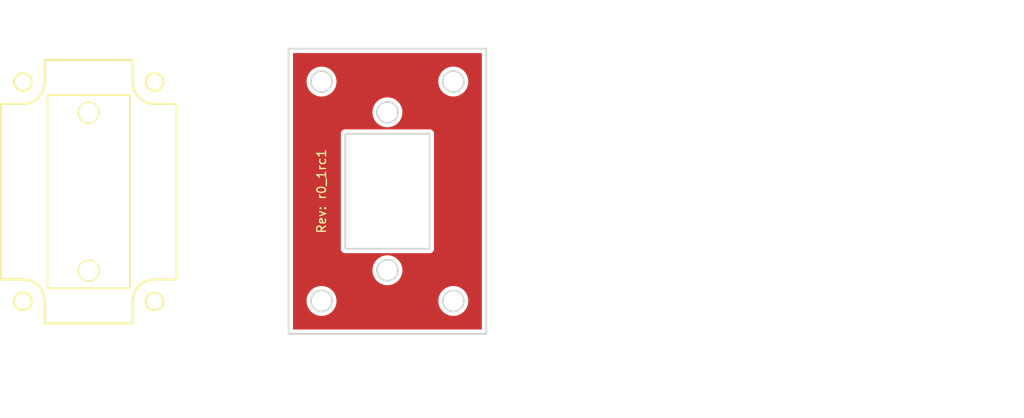
<source format=kicad_pcb>
(kicad_pcb (version 20221018) (generator pcbnew)

  (general
    (thickness 1.5)
  )

  (paper "A4")
  (title_block
    (title "Kirdy FP Fiber Optic Adapter Mounting Plate Type 1")
    (date "2024-01-30")
    (rev "r0_1rc1")
    (company "M-Labs Limited")
    (comment 1 "r0_1rc1: Board Dimension Change: 20mm x 30mm -> 22.5mm x 32.5mm")
  )

  (layers
    (0 "F.Cu" jumper)
    (31 "B.Cu" signal)
    (32 "B.Adhes" user "B.Adhesive")
    (33 "F.Adhes" user "F.Adhesive")
    (34 "B.Paste" user)
    (35 "F.Paste" user)
    (36 "B.SilkS" user "B.Silkscreen")
    (37 "F.SilkS" user "F.Silkscreen")
    (38 "B.Mask" user)
    (39 "F.Mask" user)
    (40 "Dwgs.User" user "User.Drawings")
    (41 "Cmts.User" user "User.Comments")
    (42 "Eco1.User" user "User.Eco1")
    (43 "Eco2.User" user "User.Eco2")
    (44 "Edge.Cuts" user)
    (45 "Margin" user)
    (46 "B.CrtYd" user "B.Courtyard")
    (47 "F.CrtYd" user "F.Courtyard")
    (48 "B.Fab" user)
    (49 "F.Fab" user)
    (50 "User.1" user)
    (51 "User.2" user)
    (52 "User.3" user)
    (53 "User.4" user)
    (54 "User.5" user)
    (55 "User.6" user)
    (56 "User.7" user)
    (57 "User.8" user)
    (58 "User.9" user)
  )

  (setup
    (stackup
      (layer "F.SilkS" (type "Top Silk Screen"))
      (layer "F.Paste" (type "Top Solder Paste"))
      (layer "F.Mask" (type "Top Solder Mask") (thickness 0.01))
      (layer "F.Cu" (type "copper") (thickness 0.035))
      (layer "dielectric 1" (type "core") (thickness 1.41) (material "FR4") (epsilon_r 4.5) (loss_tangent 0.02))
      (layer "B.Cu" (type "copper") (thickness 0.035))
      (layer "B.Mask" (type "Bottom Solder Mask") (thickness 0.01))
      (layer "B.Paste" (type "Bottom Solder Paste"))
      (layer "B.SilkS" (type "Bottom Silk Screen"))
      (copper_finish "None")
      (dielectric_constraints no)
    )
    (pad_to_mask_clearance 0)
    (pcbplotparams
      (layerselection 0x00010fc_ffffffff)
      (plot_on_all_layers_selection 0x0000000_00000000)
      (disableapertmacros false)
      (usegerberextensions false)
      (usegerberattributes true)
      (usegerberadvancedattributes true)
      (creategerberjobfile true)
      (dashed_line_dash_ratio 12.000000)
      (dashed_line_gap_ratio 3.000000)
      (svgprecision 4)
      (plotframeref false)
      (viasonmask false)
      (mode 1)
      (useauxorigin false)
      (hpglpennumber 1)
      (hpglpenspeed 20)
      (hpglpendiameter 15.000000)
      (dxfpolygonmode true)
      (dxfimperialunits true)
      (dxfusepcbnewfont true)
      (psnegative false)
      (psa4output false)
      (plotreference true)
      (plotvalue true)
      (plotinvisibletext false)
      (sketchpadsonfab false)
      (subtractmaskfromsilk false)
      (outputformat 1)
      (mirror false)
      (drillshape 0)
      (scaleselection 1)
      (outputdirectory "../output/FP_1550_Fiber_Optic_Adapter_Mounting_Plate_Type_1/Gerber_Drill/")
    )
  )

  (net 0 "")

  (gr_circle (center 118.6 87.35) (end 119.6 87.35)
    (stroke (width 0.2) (type solid)) (fill none) (layer "F.SilkS") (tstamp 006635c0-21be-4b93-867b-5224f605c7fd))
  (gr_circle (center 118.6 112.3504) (end 119.6 112.3504)
    (stroke (width 0.2) (type solid)) (fill none) (layer "F.SilkS") (tstamp 019a8cfc-cda7-4876-ae80-015bf8fb8ede))
  (gr_line (start 101.1 89.8504) (end 101.1 109.8504)
    (stroke (width 0.2) (type solid)) (layer "F.SilkS") (tstamp 046a7f65-cb55-4233-a029-2dcb8fddb29a))
  (gr_circle (center 103.6 112.35) (end 104.6 112.35)
    (stroke (width 0.2) (type solid)) (fill none) (layer "F.SilkS") (tstamp 094043ed-c6a2-4c9d-b4df-fe51d6b4f864))
  (gr_line (start 116.1 114.8504) (end 106.1 114.8504)
    (stroke (width 0.2) (type solid)) (layer "F.SilkS") (tstamp 095580e6-62b9-4502-9b1d-f36148a8bfea))
  (gr_circle (center 118.6 87.35) (end 119.6 87.35)
    (stroke (width 0.2) (type solid)) (fill none) (layer "F.SilkS") (tstamp 0b85d925-6113-4fd1-bed8-6276c5c4ddcb))
  (gr_line (start 106.1 87.35) (end 106.1 84.85)
    (stroke (width 0.2) (type solid)) (layer "F.SilkS") (tstamp 0b9f048c-e21c-4a83-824c-87ae752a1fee))
  (gr_circle (center 118.6 112.35) (end 119.6 112.35)
    (stroke (width 0.2) (type solid)) (fill none) (layer "F.SilkS") (tstamp 0d8e73e7-26ee-46bc-a1b7-17630c7c7358))
  (gr_line (start 121.1 109.85) (end 121.1 89.85)
    (stroke (width 0.2) (type solid)) (layer "F.SilkS") (tstamp 0df9f10d-1b03-46b3-b488-9fac8c374eab))
  (gr_line (start 106.1 114.8504) (end 116.1 114.8504)
    (stroke (width 0.2) (type solid)) (layer "F.SilkS") (tstamp 0e1d1473-35c5-4559-8faf-4ee3b559514f))
  (gr_line (start 106.1 114.85) (end 116.1 114.85)
    (stroke (width 0.2) (type solid)) (layer "F.SilkS") (tstamp 0f24691f-686c-48d5-bf10-2685491fef0a))
  (gr_circle (center 118.6 87.35) (end 119.6 87.35)
    (stroke (width 0.2) (type solid)) (fill none) (layer "F.SilkS") (tstamp 0f38d6b1-3f91-4990-8d11-19afcffdbc2e))
  (gr_line (start 121.1 109.85) (end 121.1 89.85)
    (stroke (width 0.2) (type solid)) (layer "F.SilkS") (tstamp 106d80f6-51b6-4456-82b1-2964cdbbf864))
  (gr_circle (center 111.1 108.85) (end 112.3 108.85)
    (stroke (width 0.15) (type default)) (fill none) (layer "F.SilkS") (tstamp 14856393-9155-4388-94c4-bb0d4fe2da2c))
  (gr_line (start 118.6 89.8504) (end 121.1 89.8504)
    (stroke (width 0.2) (type solid)) (layer "F.SilkS") (tstamp 14f0d40e-01f0-45a6-9379-e3b8c917274b))
  (gr_arc (start 106.1 87.35) (mid 105.367767 89.117767) (end 103.6 89.85)
    (stroke (width 0.2) (type solid)) (layer "F.SilkS") (tstamp 15b7ebe2-0829-4631-a75f-72e13ab14841))
  (gr_rect (start 106.4 88.85) (end 115.8 110.85)
    (stroke (width 0.2) (type default)) (fill none) (layer "F.SilkS") (tstamp 17e43419-4455-4868-9634-9da63c195b9f))
  (gr_line (start 101.1 89.8504) (end 101.1 109.8504)
    (stroke (width 0.2) (type solid)) (layer "F.SilkS") (tstamp 18ec387e-cd10-4e77-a861-5530f7485c47))
  (gr_line (start 121.1 89.8504) (end 118.6 89.8504)
    (stroke (width 0.2) (type solid)) (layer "F.SilkS") (tstamp 1a6188ac-10e2-4292-9f89-74ec066a8951))
  (gr_circle (center 103.6 87.35) (end 104.6 87.35)
    (stroke (width 0.2) (type solid)) (fill none) (layer "F.SilkS") (tstamp 1aef7b89-415d-4f90-9187-567a60d1ae06))
  (gr_arc (start 106.1 87.35) (mid 105.367767 89.117767) (end 103.6 89.85)
    (stroke (width 0.2) (type solid)) (layer "F.SilkS") (tstamp 1c61737f-c609-469c-ad5f-eef9027185a8))
  (gr_circle (center 118.6 112.35) (end 119.6 112.35)
    (stroke (width 0.2) (type solid)) (fill none) (layer "F.SilkS") (tstamp 1fd47498-33f0-4176-ba1a-2761b236fbd0))
  (gr_circle (center 118.6 112.35) (end 119.6 112.35)
    (stroke (width 0.2) (type solid)) (fill none) (layer "F.SilkS") (tstamp 2084ff12-4598-4423-8d11-123d318342eb))
  (gr_line (start 106.1 114.85) (end 106.1 112.35)
    (stroke (width 0.2) (type solid)) (layer "F.SilkS") (tstamp 21dafd27-c2cd-4773-bfef-85d87df40867))
  (gr_line (start 116.1 87.35) (end 116.1 84.85)
    (stroke (width 0.2) (type solid)) (layer "F.SilkS") (tstamp 227a8f62-62e7-4471-bb56-7f3a777a974c))
  (gr_line (start 106.1 84.85) (end 106.1 87.35)
    (stroke (width 0.2) (type solid)) (layer "F.SilkS") (tstamp 25511367-aef2-42a0-a318-135cc8a05f2d))
  (gr_arc (start 116.1 112.35) (mid 116.832233 110.582233) (end 118.6 109.85)
    (stroke (width 0.2) (type solid)) (layer "F.SilkS") (tstamp 279e4e0d-a3f3-48cf-8bae-a91c9f44a3eb))
  (gr_arc (start 103.6 109.85) (mid 105.367767 110.582233) (end 106.1 112.35)
    (stroke (width 0.2) (type solid)) (layer "F.SilkS") (tstamp 290852f9-be5c-4636-bbc3-fbcd3e84a212))
  (gr_arc (start 103.6 109.85) (mid 105.367767 110.582233) (end 106.1 112.35)
    (stroke (width 0.2) (type solid)) (layer "F.SilkS") (tstamp 29559ae5-05ee-4416-9589-e3b0ad853415))
  (gr_line (start 101.1 89.8504) (end 103.6 89.8504)
    (stroke (width 0.2) (type solid)) (layer "F.SilkS") (tstamp 2c117845-6034-40e1-a844-4236ddd637d1))
  (gr_line (start 106.1 84.85) (end 116.1 84.85)
    (stroke (width 0.2) (type solid)) (layer "F.SilkS") (tstamp 2ed2e144-9d3c-43a6-9bfa-a49d7caffeba))
  (gr_line (start 103.6 109.8504) (end 101.1 109.8504)
    (stroke (width 0.2) (type solid)) (layer "F.SilkS") (tstamp 2ed93f6e-cb2a-4cc8-b38d-3c772264c9ab))
  (gr_circle (center 103.6 87.35) (end 104.6 87.35)
    (stroke (width 0.2) (type solid)) (fill none) (layer "F.SilkS") (tstamp 30ed7d85-70e1-4634-a721-ff3485e7aa14))
  (gr_line (start 106.1 114.85) (end 106.1 112.35)
    (stroke (width 0.2) (type solid)) (layer "F.SilkS") (tstamp 3338e65d-d395-47ac-8c36-73d695556246))
  (gr_line (start 101.1 89.85) (end 103.6 89.85)
    (stroke (width 0.2) (type solid)) (layer "F.SilkS") (tstamp 33a4dfb7-924b-4c2b-9e65-721a517ffde3))
  (gr_line (start 116.1 84.85) (end 116.1 87.35)
    (stroke (width 0.2) (type solid)) (layer "F.SilkS") (tstamp 35a8f8d3-8567-40cb-b8f2-7626a5378ae3))
  (gr_line (start 116.1 87.35) (end 116.1 84.85)
    (stroke (width 0.2) (type solid)) (layer "F.SilkS") (tstamp 3cb8f0c6-120a-4eaa-9655-7c5399053b91))
  (gr_line (start 101.1 89.85) (end 101.1 109.85)
    (stroke (width 0.2) (type solid)) (layer "F.SilkS") (tstamp 3e02476a-1edf-4d8c-a07d-21d30e5aba8d))
  (gr_line (start 116.1 84.85) (end 106.1 84.85)
    (stroke (width 0.2) (type solid)) (layer "F.SilkS") (tstamp 3e026359-1053-431b-8a3e-e1c45cdb21c7))
  (gr_line (start 101.1 109.85) (end 103.6 109.85)
    (stroke (width 0.2) (type solid)) (layer "F.SilkS") (tstamp 406ae191-5d11-4be3-801f-b91d4c95fde8))
  (gr_line (start 106.1 84.85) (end 106.1 87.35)
    (stroke (width 0.2) (type solid)) (layer "F.SilkS") (tstamp 4130aafe-0c6b-4524-97d3-82e1af56399d))
  (gr_line (start 101.1 109.85) (end 103.6 109.85)
    (stroke (width 0.2) (type solid)) (layer "F.SilkS") (tstamp 428da008-93a3-4851-88ab-de585f818278))
  (gr_line (start 106.1 114.8504) (end 116.1 114.8504)
    (stroke (width 0.2) (type solid)) (layer "F.SilkS") (tstamp 492cb6bc-4580-45ec-b1b5-173d742519b3))
  (gr_arc (start 118.6 89.85) (mid 116.832262 89.117738) (end 116.1 87.35)
    (stroke (width 0.2) (type solid)) (layer "F.SilkS") (tstamp 496cf8ab-7883-4c4e-a76a-8e4aea4742f1))
  (gr_arc (start 106.1 87.35) (mid 105.367767 89.117767) (end 103.6 89.85)
    (stroke (width 0.2) (type solid)) (layer "F.SilkS") (tstamp 4acdd71d-5a2d-4d3d-ac41-933d767054d3))
  (gr_arc (start 118.6 89.85) (mid 116.832233 89.117767) (end 116.1 87.35)
    (stroke (width 0.2) (type solid)) (layer "F.SilkS") (tstamp 4b45a03a-a9c2-4382-88b2-41daaa979d52))
  (gr_line (start 101.1 89.8504) (end 103.6 89.8504)
    (stroke (width 0.2) (type solid)) (layer "F.SilkS") (tstamp 517ffc3d-3752-493e-a749-05455d81e579))
  (gr_arc (start 103.6 109.8504) (mid 105.367796 110.582604) (end 106.1 112.3504)
    (stroke (width 0.2) (type solid)) (layer "F.SilkS") (tstamp 53cd22b4-ad9b-4ff2-b507-17f2af6fb219))
  (gr_line (start 118.6 109.85) (end 121.1 109.85)
    (stroke (width 0.2) (type solid)) (layer "F.SilkS") (tstamp 54f67479-536f-47cb-909f-510fcdef2e9c))
  (gr_line (start 118.6 109.85) (end 121.1 109.85)
    (stroke (width 0.2) (type solid)) (layer "F.SilkS") (tstamp 555c896a-f383-4c51-8e83-f5eede49100b))
  (gr_arc (start 106.1 87.35) (mid 105.367767 89.117767) (end 103.6 89.85)
    (stroke (width 0.2) (type solid)) (layer "F.SilkS") (tstamp 581aa9ff-93c3-4c14-ac28-ba5c144de22a))
  (gr_line (start 116.1 114.85) (end 116.1 112.35)
    (stroke (width 0.2) (type solid)) (layer "F.SilkS") (tstamp 59ced00b-d10a-4a11-8a24-a1cc3e0109ca))
  (gr_arc (start 106.1 87.35) (mid 105.367767 89.117767) (end 103.6 89.85)
    (stroke (width 0.2) (type solid)) (layer "F.SilkS") (tstamp 5d5b9204-cc74-42ab-9e4d-75b81190c935))
  (gr_line (start 116.1 114.85) (end 116.1 112.35)
    (stroke (width 0.2) (type solid)) (layer "F.SilkS") (tstamp 610fd5f7-1682-4ae9-8431-7608a8dcee0c))
  (gr_line (start 116.1 84.85) (end 106.1 84.85)
    (stroke (width 0.2) (type solid)) (layer "F.SilkS") (tstamp 61112d19-90ea-429a-947c-4cd80d46c30d))
  (gr_line (start 116.1 114.85) (end 116.1 112.35)
    (stroke (width 0.2) (type solid)) (layer "F.SilkS") (tstamp 6156a451-f7bf-4a9a-9ce0-6d3d4f81ec00))
  (gr_arc (start 116.1 112.35) (mid 116.832233 110.582233) (end 118.6 109.85)
    (stroke (width 0.2) (type solid)) (layer "F.SilkS") (tstamp 618db913-be75-4650-9120-7c4b28993c2b))
  (gr_line (start 121.1 89.85) (end 118.6 89.85)
    (stroke (width 0.2) (type solid)) (layer "F.SilkS") (tstamp 633b66c4-1530-40bf-b50f-c5e7b5f7a02e))
  (gr_arc (start 116.1 112.35) (mid 116.832233 110.582233) (end 118.6 109.85)
    (stroke (width 0.2) (type solid)) (layer "F.SilkS") (tstamp 6361b3f9-1a2e-4f43-a97c-4c114649cf22))
  (gr_line (start 118.6 89.8504) (end 121.1 89.8504)
    (stroke (width 0.2) (type solid)) (layer "F.SilkS") (tstamp 63e63b2f-2f1e-4602-87cf-50ebcae6fef5))
  (gr_line (start 116.1 84.85) (end 106.1 84.85)
    (stroke (width 0.2) (type solid)) (layer "F.SilkS") (tstamp 64ae6f05-de3e-41e1-b099-a82dffdb8863))
  (gr_circle (center 103.6 112.3504) (end 104.6 112.3504)
    (stroke (width 0.2) (type solid)) (fill none) (layer "F.SilkS") (tstamp 69d29436-a04d-4553-8443-82b9432c5e4b))
  (gr_circle (center 118.6 112.3504) (end 119.6 112.3504)
    (stroke (width 0.2) (type solid)) (fill none) (layer "F.SilkS") (tstamp 6ae9c491-e4fa-47f8-85aa-edd67afff1bd))
  (gr_line (start 121.1 109.85) (end 121.1 89.85)
    (stroke (width 0.2) (type solid)) (layer "F.SilkS") (tstamp 6e23ce57-630e-4015-af44-aa4cce91924b))
  (gr_line (start 106.1 114.85) (end 116.1 114.85)
    (stroke (width 0.2) (type solid)) (layer "F.SilkS") (tstamp 6f04775f-3c56-4046-a3fc-04350576857f))
  (gr_line (start 106.1 84.85) (end 106.1 87.35)
    (stroke (width 0.2) (type solid)) (layer "F.SilkS") (tstamp 70ddf880-c1b8-4ceb-9d0f-3d87dd824b79))
  (gr_arc (start 118.6 89.85) (mid 116.832262 89.117738) (end 116.1 87.35)
    (stroke (width 0.2) (type solid)) (layer "F.SilkS") (tstamp 710c1a21-c80e-4cf3-9098-24cc8007fa0f))
  (gr_line (start 116.1 84.85) (end 116.1 87.35)
    (stroke (width 0.2) (type solid)) (layer "F.SilkS") (tstamp 71e9c936-d26d-49bd-a45f-e3c645386755))
  (gr_line (start 103.6 109.8504) (end 101.1 109.8504)
    (stroke (width 0.2) (type solid)) (layer "F.SilkS") (tstamp 731b1d07-d50f-4f75-b84d-b48563084149))
  (gr_line (start 101.1 89.85) (end 101.1 109.85)
    (stroke (width 0.2) (type solid)) (layer "F.SilkS") (tstamp 753e13a7-4440-4f2b-8d24-e650d2f69fff))
  (gr_line (start 106.1 114.85) (end 106.1 112.35)
    (stroke (width 0.2) (type solid)) (layer "F.SilkS") (tstamp 77e221b9-55c6-4df7-8b6c-d65770236778))
  (gr_line (start 101.1 109.8504) (end 101.1 89.8504)
    (stroke (width 0.2) (type solid)) (layer "F.SilkS") (tstamp 79c5394d-f328-4a78-961b-d7eca29a15dd))
  (gr_line (start 101.1 109.8504) (end 103.6 109.8504)
    (stroke (width 0.2) (type solid)) (layer "F.SilkS") (tstamp 7ab65712-ef2e-40c6-aceb-ff4a96e121b1))
  (gr_arc (start 103.6 109.8504) (mid 105.367796 110.582604) (end 106.1 112.3504)
    (stroke (width 0.2) (type solid)) (layer "F.SilkS") (tstamp 7b422ee9-9751-4d1d-aa66-b22c283a7851))
  (gr_line (start 116.1 112.3504) (end 116.1 114.8504)
    (stroke (width 0.2) (type solid)) (layer "F.SilkS") (tstamp 7c4224f4-06e8-4da5-81d0-215edc4927ac))
  (gr_arc (start 118.6 89.85) (mid 116.832262 89.117738) (end 116.1 87.35)
    (stroke (width 0.2) (type solid)) (layer "F.SilkS") (tstamp 7cf9172d-9fa6-4017-ab00-31c5437561da))
  (gr_line (start 103.6 89.8504) (end 101.1 89.8504)
    (stroke (width 0.2) (type solid)) (layer "F.SilkS") (tstamp 7d81773c-0a9c-493b-8924-30c127eafc97))
  (gr_circle (center 103.6 112.35) (end 104.6 112.35)
    (stroke (width 0.2) (type solid)) (fill none) (layer "F.SilkS") (tstamp 7fb0a712-af53-4c60-80fe-aa1b3265df7d))
  (gr_line (start 121.1 89.85) (end 118.6 89.85)
    (stroke (width 0.2) (type solid)) (layer "F.SilkS") (tstamp 814532b1-f960-4657-b73a-56ab412ffd15))
  (gr_line (start 101.1 89.85) (end 103.6 89.85)
    (stroke (width 0.2) (type solid)) (layer "F.SilkS") (tstamp 8406a5d1-ccd3-432b-b332-d6940a8d937c))
  (gr_line (start 101.1 109.85) (end 103.6 109.85)
    (stroke (width 0.2) (type solid)) (layer "F.SilkS") (tstamp 861d4a21-991d-4c46-aeac-0b39c823e318))
  (gr_line (start 116.1 84.85) (end 106.1 84.85)
    (stroke (width 0.2) (type solid)) (layer "F.SilkS") (tstamp 8621962d-3227-4696-97ff-c2b75b2acfc9))
  (gr_line (start 116.1 114.8504) (end 106.1 114.8504)
    (stroke (width 0.2) (type solid)) (layer "F.SilkS") (tstamp 86cc11ae-34bd-42a2-aad8-5fa945c0c9b9))
  (gr_circle (center 103.6 87.35) (end 104.6 87.35)
    (stroke (width 0.2) (type solid)) (fill none) (layer "F.SilkS") (tstamp 8806dabd-f5f9-462f-9f84-dd694bfe619b))
  (gr_arc (start 106.1 87.35) (mid 105.367767 89.117767) (end 103.6 89.85)
    (stroke (width 0.2) (type solid)) (layer "F.SilkS") (tstamp 8a162c9d-1b2e-4e41-af85-5e369f03f8a9))
  (gr_line (start 106.1 114.8504) (end 106.1 112.3504)
    (stroke (width 0.2) (type solid)) (layer "F.SilkS") (tstamp 8a1f01a5-cb38-4801-a684-9ba96fbe23f2))
  (gr_line (start 106.1 84.85) (end 106.1 87.35)
    (stroke (width 0.2) (type solid)) (layer "F.SilkS") (tstamp 8a341bcf-4bf8-4d70-b139-b8136d9e51f7))
  (gr_line (start 106.1 112.3504) (end 106.1 114.8504)
    (stroke (width 0.2) (type solid)) (layer "F.SilkS") (tstamp 8aa36dca-4c75-4e66-9c9d-1e5bb2080f76))
  (gr_arc (start 116.1 112.35) (mid 116.832233 110.582233) (end 118.6 109.85)
    (stroke (width 0.2) (type solid)) (layer "F.SilkS") (tstamp 8e975ad4-49d1-419b-8f45-a516b6356a0c))
  (gr_circle (center 103.6 112.3504) (end 104.6 112.3504)
    (stroke (width 0.2) (type solid)) (fill none) (layer "F.SilkS") (tstamp 90390977-117a-4555-aff5-6cb9170cef89))
  (gr_circle (center 103.6 112.3504) (end 104.6 112.3504)
    (stroke (width 0.2) (type solid)) (fill none) (layer "F.SilkS") (tstamp 915f7b06-2466-4e0b-8062-2ee4a268c2a4))
  (gr_line (start 106.1 114.8504) (end 106.1 112.3504)
    (stroke (width 0.2) (type solid)) (layer "F.SilkS") (tstamp 93d9ae98-0308-4259-9c45-9440c73bb6fd))
  (gr_line (start 116.1 87.35) (end 116.1 84.85)
    (stroke (width 0.2) (type solid)) (layer "F.SilkS") (tstamp 95891518-a7d4-4c5c-9c32-66de6eee9c6f))
  (gr_circle (center 118.6 87.35) (end 119.6 87.35)
    (stroke (width 0.2) (type solid)) (fill none) (layer "F.SilkS") (tstamp 95ca8d38-8972-4f86-bbe1-1fa3e312f9fd))
  (gr_arc (start 118.6 89.85) (mid 116.832233 89.117767) (end 116.1 87.35)
    (stroke (width 0.2) (type solid)) (layer "F.SilkS") (tstamp 9660bbed-0fde-4559-b434-b307b710309d))
  (gr_line (start 116.1 87.35) (end 116.1 84.85)
    (stroke (width 0.2) (type solid)) (layer "F.SilkS") (tstamp 9a04c4da-61ca-4150-a33d-52b5dfa91fb4))
  (gr_line (start 116.1 87.35) (end 116.1 84.85)
    (stroke (width 0.2) (type solid)) (layer "F.SilkS") (tstamp 9bee84e6-b29e-49bb-976d-2a1b2cd2f15d))
  (gr_line (start 101.1 89.85) (end 101.1 109.85)
    (stroke (width 0.2) (type solid)) (layer "F.SilkS") (tstamp 9bf2cf7f-7e4e-4b2a-88e0-ec9d0a8e7933))
  (gr_circle (center 118.6 87.35) (end 119.6 87.35)
    (stroke (width 0.2) (type solid)) (fill none) (layer "F.SilkS") (tstamp 9d1a51d0-cab4-4295-9e30-6956376dbc49))
  (gr_line (start 101.1 109.8504) (end 103.6 109.8504)
    (stroke (width 0.2) (type solid)) (layer "F.SilkS") (tstamp a184bdfb-035e-450b-8138-c5c308e08ebb))
  (gr_circle (center 118.6 112.3504) (end 119.6 112.3504)
    (stroke (width 0.2) (type solid)) (fill none) (layer "F.SilkS") (tstamp a34a89f7-a5e6-4246-8c95-1950ee11a036))
  (gr_line (start 106.1 84.85) (end 106.1 87.35)
    (stroke (width 0.2) (type solid)) (layer "F.SilkS") (tstamp a5a64348-624b-47e5-a62c-01c0c981665e))
  (gr_circle (center 118.600099 87.349901) (end 119.600099 87.349901)
    (stroke (width 0.2) (type solid)) (fill none) (layer "F.SilkS") (tstamp a7217281-ebdc-462f-a82e-b9110691a523))
  (gr_circle (center 103.6 112.35) (end 104.6 112.35)
    (stroke (width 0.2) (type solid)) (fill none) (layer "F.SilkS") (tstamp a76189ec-9e80-4db3-a72a-c295859fe135))
  (gr_line (start 106.1 87.35) (end 106.1 84.85)
    (stroke (width 0.2) (type solid)) (layer "F.SilkS") (tstamp a8834768-623e-426c-9b6c-665a4594bb26))
  (gr_line (start 101.1 89.85) (end 101.1 109.85)
    (stroke (width 0.2) (type solid)) (layer "F.SilkS") (tstamp a8f4a76a-e90e-4f52-ace7-f952c6347ce9))
  (gr_circle (center 118.6 112.35) (end 119.6 112.35)
    (stroke (width 0.2) (type solid)) (fill none) (layer "F.SilkS") (tstamp a9f63943-3d66-4cf2-beff-80e4661dd873))
  (gr_arc (start 103.6 109.85) (mid 105.367767 110.582233) (end 106.1 112.35)
    (stroke (width 0.2) (type solid)) (layer "F.SilkS") (tstamp aad3b9e5-5c4a-4713-ae0f-5f6dbdea7044))
  (gr_circle (center 103.6 87.35) (end 104.6 87.35)
    (stroke (width 0.2) (type solid)) (fill none) (layer "F.SilkS") (tstamp ab286883-cb87-4ef9-8a3a-530f939c2fd2))
  (gr_line (start 116.1 114.85) (end 116.1 112.35)
    (stroke (width 0.2) (type solid)) (layer "F.SilkS") (tstamp b382cc1d-9887-40c6-a30e-4fc44cd6ffb2))
  (gr_line (start 116.1 114.8504) (end 116.1 112.3504)
    (stroke (width 0.2) (type solid)) (layer "F.SilkS") (tstamp b4b721d5-2b39-443c-8631-04b38a4ea5c6))
  (gr_line (start 106.1 114.85) (end 116.1 114.85)
    (stroke (width 0.2) (type solid)) (layer "F.SilkS") (tstamp b53d690b-d811-4ca4-a6d9-7bbbbf6f3991))
  (gr_line (start 121.1 89.85) (end 118.6 89.85)
    (stroke (width 0.2) (type solid)) (layer "F.SilkS") (tstamp b613067e-3632-499a-83bf-c36cb8d8f10a))
  (gr_arc (start 103.6 109.8504) (mid 105.367796 110.582604) (end 106.1 112.3504)
    (stroke (width 0.2) (type solid)) (layer "F.SilkS") (tstamp be0a1078-1f4b-4725-a3c0-8e7bf19de144))
  (gr_line (start 118.6 109.85) (end 121.1 109.85)
    (stroke (width 0.2) (type solid)) (layer "F.SilkS") (tstamp bf4f6def-6f3e-485c-9ea1-32ea84ba3db3))
  (gr_line (start 106.1 112.3504) (end 106.1 114.8504)
    (stroke (width 0.2) (type solid)) (layer "F.SilkS") (tstamp c44ec8d3-d3f5-4722-808b-c29b24d99931))
  (gr_arc (start 106.1 87.35) (mid 105.367767 89.117767) (end 103.6 89.85)
    (stroke (width 0.2) (type solid)) (layer "F.SilkS") (tstamp c5ba5f84-16f6-45f5-9a11-2bd730b6e4fc))
  (gr_line (start 101.1 109.85) (end 103.6 109.85)
    (stroke (width 0.2) (type solid)) (layer "F.SilkS") (tstamp c99443bb-c2de-46cf-a0b5-e01eee277419))
  (gr_circle (center 111.1 90.85) (end 112.3 90.85)
    (stroke (width 0.15) (type default)) (fill none) (layer "F.SilkS") (tstamp cc44fb9d-117f-4efc-aca7-c79f657a8f60))
  (gr_line (start 106.1 114.85) (end 106.1 112.35)
    (stroke (width 0.2) (type solid)) (layer "F.SilkS") (tstamp ce046b54-bb68-45f5-b486-cd11fb725192))
  (gr_line (start 116.1 84.85) (end 106.1 84.85)
    (stroke (width 0.2) (type solid)) (layer "F.SilkS") (tstamp d02c4233-4f5c-48fd-9607-8512c48b4a3d))
  (gr_arc (start 106.1 87.35) (mid 105.367767 89.117767) (end 103.6 89.85)
    (stroke (width 0.2) (type solid)) (layer "F.SilkS") (tstamp d073e1d0-1e3a-4218-bdc8-73dbaca6ccb1))
  (gr_arc (start 118.6 89.85) (mid 116.832233 89.117767) (end 116.1 87.35)
    (stroke (width 0.2) (type solid)) (layer "F.SilkS") (tstamp d0d34014-f280-4fa3-bd13-70c580dc65ff))
  (gr_arc (start 118.6 89.85) (mid 116.832233 89.117767) (end 116.1 87.35)
    (stroke (width 0.2) (type solid)) (layer "F.SilkS") (tstamp d0ef02a5-59a5-4822-9831-13009d7dd1c0))
  (gr_circle (center 103.6 87.35) (end 104.6 87.35)
    (stroke (width 0.2) (type solid)) (fill none) (layer "F.SilkS") (tstamp d40aac1a-5016-49a5-bb25-0533000e9e6a))
  (gr_circle (center 103.6 87.35) (end 104.6 87.35)
    (stroke (width 0.2) (type solid)) (fill none) (layer "F.SilkS") (tstamp d71143af-c18f-4212-8d3b-50f0cc5bad9a))
  (gr_line (start 116.1 87.35) (end 116.1 84.85)
    (stroke (width 0.2) (type solid)) (layer "F.SilkS") (tstamp d7d69764-f02c-4076-a634-be6c226f32eb))
  (gr_arc (start 103.6 109.85) (mid 105.367767 110.582233) (end 106.1 112.35)
    (stroke (width 0.2) (type solid)) (layer "F.SilkS") (tstamp d8acdb5e-efff-4bf0-9749-b5d8ec72bfcf))
  (gr_line (start 103.6 89.8504) (end 101.1 89.8504)
    (stroke (width 0.2) (type solid)) (layer "F.SilkS") (tstamp d91fbcb8-bca0-4d02-bd52-450222e976d5))
  (gr_circle (center 103.6 112.35) (end 104.6 112.35)
    (stroke (width 0.2) (type solid)) (fill none) (layer "F.SilkS") (tstamp d9b91e9e-eee8-48f4-a051-09dd1364333b))
  (gr_circle (center 118.6 112.3504) (end 119.6 112.3504)
    (stroke (width 0.2) (type solid)) (fill none) (layer "F.SilkS") (tstamp db1c669a-3fdb-4cad-b5a2-220a44dd3949))
  (gr_line (start 106.1 84.85) (end 106.1 87.35)
    (stroke (width 0.2) (type solid)) (layer "F.SilkS") (tstamp dd88d680-1058-47a9-80dd-cbf04fd1a656))
  (gr_line (start 116.1 114.8504) (end 116.1 112.3504)
    (stroke (width 0.2) (type solid)) (layer "F.SilkS") (tstamp e05593dc-b996-4d69-8c1e-cc790b80b1ac))
  (gr_line (start 121.1 89.85) (end 118.6 89.85)
    (stroke (width 0.2) (type solid)) (layer "F.SilkS") (tstamp e1e84df0-3e97-437f-946a-ac74844ba039))
  (gr_line (start 106.1 114.85) (end 116.1 114.85)
    (stroke (width 0.2) (type solid)) (layer "F.SilkS") (tstamp e597ec5c-1e21-41b7-aa63-df46a988e6b3))
  (gr_line (start 116.1 112.3504) (end 116.1 114.8504)
    (stroke (width 0.2) (type solid)) (layer "F.SilkS") (tstamp ea1fa3e0-4aea-45d1-ab58-49cc377e69f7))
  (gr_circle (center 103.6 87.35) (end 104.6 87.35)
    (stroke (width 0.2) (type solid)) (fill none) (layer "F.SilkS") (tstamp eb84fcd0-9f77-4a19-a9d7-0eee0146ec8d))
  (gr_line (start 116.1 84.85) (end 106.1 84.85)
    (stroke (width 0.2) (type solid)) (layer "F.SilkS") (tstamp ec9d0c05-0b6a-4789-b8b3-f6c486655322))
  (gr_circle (center 118.6 87.35) (end 119.6 87.35)
    (stroke (width 0.2) (type solid)) (fill none) (layer "F.SilkS") (tstamp ed002e84-7070-4150-89bb-728cd252dda4))
  (gr_line (start 118.6 109.85) (end 121.1 109.85)
    (stroke (width 0.2) (type solid)) (layer "F.SilkS") (tstamp edf82dab-edc2-4a44-833a-a33b69113971))
  (gr_line (start 106.1 84.85) (end 116.1 84.85)
    (stroke (width 0.2) (type solid)) (layer "F.SilkS") (tstamp eea258ab-22de-4b12-88c4-4afed7d8934e))
  (gr_circle (center 103.6 87.35) (end 104.6 87.35)
    (stroke (width 0.2) (type solid)) (fill none) (layer "F.SilkS") (tstamp eea5539e-7900-4a5b-802c-9b309a165d05))
  (gr_circle (center 103.6 112.3504) (end 104.6 112.3504)
    (stroke (width 0.2) (type solid)) (fill none) (layer "F.SilkS") (tstamp f0083194-9869-414d-98cd-60b4fb48a4dc))
  (gr_line (start 101.1 109.8504) (end 101.1 89.8504)
    (stroke (width 0.2) (type solid)) (layer "F.SilkS") (tstamp f0ae92db-d3d6-4760-84a6-cb2659d90ab3))
  (gr_line (start 121.1 89.8504) (end 118.6 89.8504)
    (stroke (width 0.2) (type solid)) (layer "F.SilkS") (tstamp f2784573-36d7-4497-87bd-abf9810c5d79))
  (gr_line (start 121.1 109.85) (end 121.1 89.85)
    (stroke (width 0.2) (type solid)) (layer "F.SilkS") (tstamp f7f4ab83-c2c1-44a4-80bb-0c4ea8d99d2d))
  (gr_circle (center 118.6 87.35) (end 119.6 87.35)
    (stroke (width 0.2) (type solid)) (fill none) (layer "F.SilkS") (tstamp f87a0b8f-d58b-4966-bba0-1046ddfaf58e))
  (gr_arc (start 118.6 89.85) (mid 116.832262 89.117738) (end 116.1 87.35)
    (stroke (width 0.2) (type solid)) (layer "F.SilkS") (tstamp fbab698c-8869-4bd6-91da-f4fe759757f7))
  (gr_line (start 101.1 89.85) (end 103.6 89.85)
    (stroke (width 0.2) (type solid)) (layer "F.SilkS") (tstamp fbe615b7-f648-48c3-b28d-ba215f0177a0))
  (gr_arc (start 103.6 109.8504) (mid 105.367796 110.582604) (end 106.1 112.3504)
    (stroke (width 0.2) (type solid)) (layer "F.SilkS") (tstamp fe6b5b84-83a3-41a0-82da-3b2bfc83e85a))
  (gr_line (start 101.1 89.85) (end 103.6 89.85)
    (stroke (width 0.2) (type solid)) (layer "F.SilkS") (tstamp ffa1d426-2fa4-43af-8130-92c435388ddf))
  (gr_circle (center 137.6 87.3) (end 138.8 87.3)
    (stroke (width 0.2) (type solid)) (fill none) (layer "Edge.Cuts") (tstamp 0c8f8521-11e3-48f7-bc62-60b56ff46373))
  (gr_circle (center 145.1 90.8) (end 146.3 90.8)
    (stroke (width 0.2) (type default)) (fill none) (layer "Edge.Cuts") (tstamp 3046def6-de09-4ed6-a74e-293f89c1e9e4))
  (gr_rect (start 140.3 93.25) (end 149.9 106.35)
    (stroke (width 0.2) (type default)) (fill none) (layer "Edge.Cuts") (tstamp 547038f3-7687-4a2d-bb67-2f8e468c974e))
  (gr_circle (center 145.1 108.8) (end 146.3 108.8)
    (stroke (width 0.2) (type default)) (fill none) (layer "Edge.Cuts") (tstamp 60da9228-7e0b-4c3b-85fb-4d222ae327f8))
  (gr_circle (center 137.6 112.3) (end 138.8 112.3)
    (stroke (width 0.2) (type solid)) (fill none) (layer "Edge.Cuts") (tstamp 79713c47-099c-48bd-b492-1b4307757fc4))
  (gr_circle (center 152.6 112.3004) (end 153.8 112.3004)
    (stroke (width 0.2) (type solid)) (fill none) (layer "Edge.Cuts") (tstamp cdb53059-6083-4b5f-9347-0c596b1b48b1))
  (gr_circle (center 152.597348 87.296196) (end 153.797348 87.296196)
    (stroke (width 0.2) (type solid)) (fill none) (layer "Edge.Cuts") (tstamp d072f971-b910-4e58-bdeb-d7d91a88852c))
  (gr_rect (start 133.85 83.55) (end 156.35 116.05)
    (stroke (width 0.2) (type default)) (fill none) (layer "Edge.Cuts") (tstamp f3ee81af-f62d-4467-9e53-2b6396b6f1d9))
  (gr_text "Rev: r0_1rc1" (at 137.6 99.8 90) (layer "F.SilkS") (tstamp bdd19277-c9f4-4359-8026-30cfb350027a)
    (effects (font (size 1 1) (thickness 0.15)))
  )
  (gr_text "Assembly BOM:\n- 6 M2x8 Screws\n- 6 M2 Nuts" (at 124 121) (layer "Dwgs.User") (tstamp 21f1d8d3-2316-44ec-8042-a0b5f308050f)
    (effects (font (size 1 1) (thickness 0.15)) (justify left top))
  )
  (gr_text "Reference Fiber Optic Adapter Drawings: https://www.civillaser.com/index.php?main_page=product_info&products_id=632" (at 124 117) (layer "Dwgs.User") (tstamp 40df7ee1-958a-490b-83fb-8e1b4076ba6f)
    (effects (font (size 1 1) (thickness 0.15)) (justify left top))
  )
  (gr_text "Materials: 1.5mm Aluminimum Plate / 1.6mm Single Layer Aluminimum PCB" (at 124 119) (layer "Dwgs.User") (tstamp 6e3afb41-c9a4-4307-80cc-9933baff3252)
    (effects (font (size 1 1) (thickness 0.15)) (justify left top))
  )
  (gr_text "Rev: r0_1rc1" (at 137.6 99.8 90) (layer "Dwgs.User") (tstamp bed54810-83e1-43f5-bcc6-da555133f2f2)
    (effects (font (size 1 1) (thickness 0.15)))
  )
  (dimension (type center) (layer "Dwgs.User") (tstamp 1912aae3-8d44-4796-ba17-a4fd887f6d57)
    (pts (xy 137.6 112.3) (xy 137.6 114.8))
    (style (thickness 0.15) (arrow_length 1.27) (text_position_mode 0) (extension_offset 0.5) keep_text_aligned)
  )
  (dimension (type center) (layer "Dwgs.User") (tstamp 553a8452-b70b-44e5-947a-5e7aecf2f673)
    (pts (xy 145.1 90.8) (xy 145.1 88.8))
    (style (thickness 0.15) (arrow_length 1.27) (text_position_mode 0) (extension_offset 0.5) keep_text_aligned)
  )
  (dimension (type center) (layer "Dwgs.User") (tstamp 574ac4d9-1c00-491b-ab23-1e70a6ec133f)
    (pts (xy 145.1 108.8) (xy 145.1 110.8))
    (style (thickness 0.15) (arrow_length 1.27) (text_position_mode 0) (extension_offset 0.5) keep_text_aligned)
  )
  (dimension (type center) (layer "Dwgs.User") (tstamp 9786fedd-6a6f-4eb4-9a79-03df5ac8c5fa)
    (pts (xy 152.597348 87.296196) (xy 152.597348 84.8))
    (style (thickness 0.15) (arrow_length 1.27) (text_position_mode 0) (extension_offset 0.5) keep_text_aligned)
  )
  (dimension (type center) (layer "Dwgs.User") (tstamp c9cb7864-ef45-4cf3-a187-bc7c4db80921)
    (pts (xy 152.6 112.3004) (xy 152.6 114.8))
    (style (thickness 0.15) (arrow_length 1.27) (text_position_mode 0) (extension_offset 0.5) keep_text_aligned)
  )
  (dimension (type center) (layer "Dwgs.User") (tstamp d142ba92-b486-4026-b679-e29c714758fd)
    (pts (xy 137.6 87.3) (xy 137.6 84.8))
    (style (thickness 0.15) (arrow_length 1.27) (text_position_mode 0) (extension_offset 0.5) keep_text_aligned)
  )
  (dimension (type radial) (layer "Dwgs.User") (tstamp 902b9912-0516-4cf1-a930-6e82f5de91e4)
    (pts (xy 152.597348 87.296196) (xy 153.797348 87.296196))
    (leader_length 3.81)
    (gr_text "R 1.2000 mm x 6" (at 170.307348 87.296196) (layer "Dwgs.User") (tstamp 902b9912-0516-4cf1-a930-6e82f5de91e4)
      (effects (font (size 1 1) (thickness 0.15)))
    )
    (format (prefix "R ") (suffix " x 6") (units 3) (units_format 1) (precision 4))
    (style (thickness 0.15) (arrow_length 1.27) (text_position_mode 0) (extension_offset 0.5) keep_text_aligned)
  )
  (dimension (type orthogonal) (layer "Dwgs.User") (tstamp 287b0ee5-0d71-4425-909f-cbe497562ed1)
    (pts (xy 133.85 83.55) (xy 156.35 83.55))
    (height -3.55)
    (orientation 0)
    (gr_text "22.5000 mm" (at 145.1 78.85) (layer "Dwgs.User") (tstamp 287b0ee5-0d71-4425-909f-cbe497562ed1)
      (effects (font (size 1 1) (thickness 0.15)))
    )
    (format (prefix "") (suffix "") (units 3) (units_format 1) (precision 4))
    (style (thickness 0.15) (arrow_length 1.27) (text_position_mode 0) (extension_height 0.58642) (extension_offset 0.5) keep_text_aligned)
  )
  (dimension (type orthogonal) (layer "Dwgs.User") (tstamp 7fb9719b-4e28-40c5-b178-62161eb11c61)
    (pts (xy 140.3 93.25) (xy 140.3 106.35))
    (height -8.3)
    (orientation 1)
    (gr_text "13.1000 mm" (at 130.85 99.8 90) (layer "Dwgs.User") (tstamp 7fb9719b-4e28-40c5-b178-62161eb11c61)
      (effects (font (size 1 1) (thickness 0.15)))
    )
    (format (prefix "") (suffix "") (units 3) (units_format 1) (precision 4))
    (style (thickness 0.15) (arrow_length 1.27) (text_position_mode 0) (extension_height 0.58642) (extension_offset 0.5) keep_text_aligned)
  )
  (dimension (type orthogonal) (layer "Dwgs.User") (tstamp 95c6dc15-6c2d-40e1-9bd5-dadd4d774c6a)
    (pts (xy 145.1 90.8) (xy 145.1 108.8))
    (height -15.6)
    (orientation 1)
    (gr_text "18.0000 mm" (at 128.35 99.8 90) (layer "Dwgs.User") (tstamp 95c6dc15-6c2d-40e1-9bd5-dadd4d774c6a)
      (effects (font (size 1 1) (thickness 0.15)))
    )
    (format (prefix "") (suffix "") (units 3) (units_format 1) (precision 4))
    (style (thickness 0.15) (arrow_length 1.27) (text_position_mode 0) (extension_height 0.58642) (extension_offset 0.5) keep_text_aligned)
  )
  (dimension (type orthogonal) (layer "Dwgs.User") (tstamp b947d33d-6b90-4ff7-b7c3-baa489569e3f)
    (pts (xy 140.3 93.25) (xy 149.9 93.25))
    (height -10.85)
    (orientation 0)
    (gr_text "9.6000 mm" (at 145.1 81.25) (layer "Dwgs.User") (tstamp b947d33d-6b90-4ff7-b7c3-baa489569e3f)
      (effects (font (size 1 1) (thickness 0.15)))
    )
    (format (prefix "") (suffix "") (units 3) (units_format 1) (precision 4))
    (style (thickness 0.15) (arrow_length 1.27) (text_position_mode 0) (extension_height 0.58642) (extension_offset 0.5) keep_text_aligned)
  )
  (dimension (type orthogonal) (layer "Dwgs.User") (tstamp ba6ad84d-041a-4f59-a463-7b3bd93ea816)
    (pts (xy 137.6 87.3) (xy 137.6 112.3))
    (height -10.7)
    (orientation 1)
    (gr_text "25.0000 mm" (at 125.75 99.8 90) (layer "Dwgs.User") (tstamp ba6ad84d-041a-4f59-a463-7b3bd93ea816)
      (effects (font (size 1 1) (thickness 0.15)))
    )
    (format (prefix "") (suffix "") (units 3) (units_format 1) (precision 4))
    (style (thickness 0.15) (arrow_length 1.27) (text_position_mode 0) (extension_height 0.58642) (extension_offset 0.5) keep_text_aligned)
  )
  (dimension (type orthogonal) (layer "Dwgs.User") (tstamp ebf237e8-12da-4698-9887-a88171f7646e)
    (pts (xy 133.85 83.55) (xy 133.85 116.05))
    (height -9.35)
    (orientation 1)
    (gr_text "32.5000 mm" (at 123.35 99.8 90) (layer "Dwgs.User") (tstamp ebf237e8-12da-4698-9887-a88171f7646e)
      (effects (font (size 1 1) (thickness 0.15)))
    )
    (format (prefix "") (suffix "") (units 3) (units_format 1) (precision 4))
    (style (thickness 0.15) (arrow_length 1.27) (text_position_mode 0) (extension_height 0.58642) (extension_offset 0.5) keep_text_aligned)
  )

  (zone (net 0) (net_name "") (layer "F.Cu") (tstamp 8e370674-5974-4268-8e27-b6a2e0011c57) (hatch edge 0.5)
    (connect_pads (clearance 0.5))
    (min_thickness 0.127) (filled_areas_thickness no)
    (fill yes (thermal_gap 0.5) (thermal_bridge_width 0.5) (island_removal_mode 1) (island_area_min 10))
    (polygon
      (pts
        (xy 133 83)
        (xy 157 83)
        (xy 157 116.5)
        (xy 133 116.5)
      )
    )
    (filled_polygon
      (layer "F.Cu")
      (island)
      (pts
        (xy 155.831194 84.068806)
        (xy 155.8495 84.113)
        (xy 155.8495 115.487)
        (xy 155.831194 115.531194)
        (xy 155.787 115.5495)
        (xy 134.413 115.5495)
        (xy 134.368806 115.531194)
        (xy 134.3505 115.487)
        (xy 134.3505 112.300003)
        (xy 135.894732 112.300003)
        (xy 135.913778 112.554156)
        (xy 135.913778 112.554158)
        (xy 135.970489 112.80263)
        (xy 135.970492 112.802637)
        (xy 136.063607 113.039888)
        (xy 136.191041 113.260612)
        (xy 136.191043 113.260615)
        (xy 136.191047 113.260621)
        (xy 136.349943 113.459869)
        (xy 136.349946 113.459872)
        (xy 136.34995 113.459877)
        (xy 136.536783 113.633232)
        (xy 136.536788 113.633235)
        (xy 136.536791 113.633238)
        (xy 136.537378 113.633638)
        (xy 136.747366 113.776805)
        (xy 136.976996 113.887389)
        (xy 137.098769 113.924951)
        (xy 137.220534 113.962511)
        (xy 137.220537 113.962511)
        (xy 137.220542 113.962513)
        (xy 137.472565 114.0005)
        (xy 137.472571 114.0005)
        (xy 137.727429 114.0005)
        (xy 137.727435 114.0005)
        (xy 137.979458 113.962513)
        (xy 137.979463 113.962511)
        (xy 137.979466 113.962511)
        (xy 138.071033 113.934265)
        (xy 138.223004 113.887389)
        (xy 138.452634 113.776805)
        (xy 138.663217 113.633232)
        (xy 138.85005 113.459877)
        (xy 139.008959 113.260612)
        (xy 139.136393 113.039888)
        (xy 139.229508 112.802637)
        (xy 139.286222 112.554157)
        (xy 139.305238 112.300403)
        (xy 150.894732 112.300403)
        (xy 150.913778 112.554556)
        (xy 150.913778 112.554558)
        (xy 150.970489 112.80303)
        (xy 150.970492 112.803037)
        (xy 151.063607 113.040288)
        (xy 151.191041 113.261012)
        (xy 151.191043 113.261015)
        (xy 151.191047 113.261021)
        (xy 151.349943 113.460269)
        (xy 151.349946 113.460272)
        (xy 151.34995 113.460277)
        (xy 151.536783 113.633632)
        (xy 151.536788 113.633635)
        (xy 151.536791 113.633638)
        (xy 151.669802 113.724322)
        (xy 151.747366 113.777205)
        (xy 151.976996 113.887789)
        (xy 152.098769 113.925351)
        (xy 152.220534 113.962911)
        (xy 152.220537 113.962911)
        (xy 152.220542 113.962913)
        (xy 152.472565 114.0009)
        (xy 152.472571 114.0009)
        (xy 152.727429 114.0009)
        (xy 152.727435 114.0009)
        (xy 152.979458 113.962913)
        (xy 152.979463 113.962911)
        (xy 152.979466 113.962911)
        (xy 153.071033 113.934665)
        (xy 153.223004 113.887789)
        (xy 153.452634 113.777205)
        (xy 153.663217 113.633632)
        (xy 153.85005 113.460277)
        (xy 154.008959 113.261012)
        (xy 154.136393 113.040288)
        (xy 154.229508 112.803037)
        (xy 154.2296 112.802637)
        (xy 154.248942 112.717889)
        (xy 154.286222 112.554557)
        (xy 154.305268 112.3004)
        (xy 154.305238 112.300003)
        (xy 154.292693 112.132599)
        (xy 154.286222 112.046243)
        (xy 154.238269 111.836146)
        (xy 154.22951 111.797769)
        (xy 154.229351 111.797363)
        (xy 154.136393 111.560512)
        (xy 154.008959 111.339788)
        (xy 154.008954 111.339782)
        (xy 154.008952 111.339778)
        (xy 153.850056 111.14053)
        (xy 153.850053 111.140527)
        (xy 153.85005 111.140523)
        (xy 153.663217 110.967168)
        (xy 153.663211 110.967164)
        (xy 153.663208 110.967161)
        (xy 153.452634 110.823595)
        (xy 153.451803 110.823195)
        (xy 153.223004 110.713011)
        (xy 153.223001 110.71301)
        (xy 153.222999 110.713009)
        (xy 153.222995 110.713008)
        (xy 152.979465 110.637888)
        (xy 152.979466 110.637888)
        (xy 152.833976 110.615958)
        (xy 152.727435 110.5999)
        (xy 152.472565 110.5999)
        (xy 152.220533 110.637888)
        (xy 151.977004 110.713008)
        (xy 151.977 110.713009)
        (xy 151.747365 110.823595)
        (xy 151.536791 110.967161)
        (xy 151.349948 111.140525)
        (xy 151.349943 111.14053)
        (xy 151.191047 111.339778)
        (xy 151.063608 111.560509)
        (xy 150.970489 111.797769)
        (xy 150.913778 112.046241)
        (xy 150.913778 112.046243)
        (xy 150.894732 112.300396)
        (xy 150.894732 112.300403)
        (xy 139.305238 112.300403)
        (xy 139.305238 112.3004)
        (xy 139.305268 112.300003)
        (xy 139.305268 112.299996)
        (xy 139.292723 112.132599)
        (xy 139.286222 112.045843)
        (xy 139.259967 111.930813)
        (xy 139.22951 111.797369)
        (xy 139.229508 111.797363)
        (xy 139.136393 111.560112)
        (xy 139.008959 111.339388)
        (xy 139.008954 111.339382)
        (xy 139.008952 111.339378)
        (xy 138.850056 111.14013)
        (xy 138.850053 111.140127)
        (xy 138.85005 111.140123)
        (xy 138.663217 110.966768)
        (xy 138.663211 110.966764)
        (xy 138.663208 110.966761)
        (xy 138.452634 110.823195)
        (xy 138.223004 110.712611)
        (xy 138.223001 110.71261)
        (xy 138.222999 110.712609)
        (xy 138.222995 110.712608)
        (xy 137.979465 110.637488)
        (xy 137.979466 110.637488)
        (xy 137.833976 110.615558)
        (xy 137.727435 110.5995)
        (xy 137.472565 110.5995)
        (xy 137.220533 110.637488)
        (xy 136.977004 110.712608)
        (xy 136.977 110.712609)
        (xy 136.747365 110.823195)
        (xy 136.536791 110.966761)
        (xy 136.536784 110.966766)
        (xy 136.536783 110.966768)
        (xy 136.536352 110.967168)
        (xy 136.349948 111.140125)
        (xy 136.349943 111.14013)
        (xy 136.191047 111.339378)
        (xy 136.063608 111.560109)
        (xy 135.970489 111.797369)
        (xy 135.913778 112.045841)
        (xy 135.913778 112.045843)
        (xy 135.894732 112.299996)
        (xy 135.894732 112.300003)
        (xy 134.3505 112.300003)
        (xy 134.3505 108.800003)
        (xy 143.394732 108.800003)
        (xy 143.413778 109.054156)
        (xy 143.413778 109.054158)
        (xy 143.470489 109.30263)
        (xy 143.470492 109.302637)
        (xy 143.563607 109.539888)
        (xy 143.691041 109.760612)
        (xy 143.691043 109.760615)
        (xy 143.691047 109.760621)
        (xy 143.849943 109.959869)
        (xy 143.849946 109.959872)
        (xy 143.84995 109.959877)
        (xy 144.036783 110.133232)
        (xy 144.036788 110.133235)
        (xy 144.036791 110.133238)
        (xy 144.169802 110.223922)
        (xy 144.247366 110.276805)
        (xy 144.476996 110.387389)
        (xy 144.598769 110.424951)
        (xy 144.720534 110.462511)
        (xy 144.720537 110.462511)
        (xy 144.720542 110.462513)
        (xy 144.972565 110.5005)
        (xy 144.972571 110.5005)
        (xy 145.227429 110.5005)
        (xy 145.227435 110.5005)
        (xy 145.479458 110.462513)
        (xy 145.479463 110.462511)
        (xy 145.479466 110.462511)
        (xy 145.571033 110.434265)
        (xy 145.723004 110.387389)
        (xy 145.952634 110.276805)
        (xy 146.163217 110.133232)
        (xy 146.35005 109.959877)
        (xy 146.508959 109.760612)
        (xy 146.636393 109.539888)
        (xy 146.729508 109.302637)
        (xy 146.786222 109.054157)
        (xy 146.805268 108.8)
        (xy 146.786222 108.545843)
        (xy 146.73836 108.336146)
        (xy 146.72951 108.297369)
        (xy 146.729508 108.297363)
        (xy 146.636393 108.060112)
        (xy 146.508959 107.839388)
        (xy 146.508954 107.839382)
        (xy 146.508952 107.839378)
        (xy 146.350056 107.64013)
        (xy 146.350053 107.640127)
        (xy 146.35005 107.640123)
        (xy 146.163217 107.466768)
        (xy 146.163211 107.466764)
        (xy 146.163208 107.466761)
        (xy 145.952634 107.323195)
        (xy 145.723004 107.212611)
        (xy 145.723001 107.21261)
        (xy 145.722999 107.212609)
        (xy 145.722995 107.212608)
        (xy 145.479465 107.137488)
        (xy 145.479466 107.137488)
        (xy 145.333976 107.115558)
        (xy 145.227435 107.0995)
        (xy 144.972565 107.0995)
        (xy 144.720533 107.137488)
        (xy 144.477004 107.212608)
        (xy 144.477 107.212609)
        (xy 144.247365 107.323195)
        (xy 144.036791 107.466761)
        (xy 143.849948 107.640125)
        (xy 143.849943 107.64013)
        (xy 143.691047 107.839378)
        (xy 143.563608 108.060109)
        (xy 143.470489 108.297369)
        (xy 143.413778 108.545841)
        (xy 143.413778 108.545843)
        (xy 143.394732 108.799996)
        (xy 143.394732 108.800003)
        (xy 134.3505 108.800003)
        (xy 134.3505 106.421961)
        (xy 139.7995 106.421961)
        (xy 139.808428 106.452371)
        (xy 139.810322 106.461079)
        (xy 139.814834 106.492453)
        (xy 139.814835 106.492457)
        (xy 139.827998 106.521281)
        (xy 139.828001 106.521286)
        (xy 139.831117 106.529641)
        (xy 139.840046 106.560052)
        (xy 139.857184 106.58672)
        (xy 139.861456 106.594544)
        (xy 139.874619 106.623366)
        (xy 139.874624 106.623375)
        (xy 139.895373 106.64732)
        (xy 139.900716 106.654457)
        (xy 139.917857 106.681128)
        (xy 139.917859 106.68113)
        (xy 139.941809 106.701883)
        (xy 139.948109 106.708182)
        (xy 139.96887 106.732141)
        (xy 139.968873 106.732144)
        (xy 139.995537 106.749279)
        (xy 140.002677 106.754624)
        (xy 140.026627 106.775377)
        (xy 140.055447 106.788539)
        (xy 140.055452 106.788541)
        (xy 140.063277 106.792814)
        (xy 140.063279 106.792815)
        (xy 140.089947 106.809953)
        (xy 140.100049 106.812919)
        (xy 140.120356 106.818882)
        (xy 140.128712 106.821998)
        (xy 140.157543 106.835165)
        (xy 140.188921 106.839676)
        (xy 140.197627 106.84157)
        (xy 140.216892 106.847227)
        (xy 140.228038 106.8505)
        (xy 140.228039 106.8505)
        (xy 149.971961 106.8505)
        (xy 150.002375 106.841569)
        (xy 150.011076 106.839676)
        (xy 150.042457 106.835165)
        (xy 150.071289 106.821996)
        (xy 150.079631 106.818884)
        (xy 150.110053 106.809953)
        (xy 150.136729 106.792808)
        (xy 150.144534 106.788547)
        (xy 150.173373 106.775377)
        (xy 150.197333 106.754614)
        (xy 150.204451 106.749285)
        (xy 150.231128 106.732143)
        (xy 150.251885 106.708188)
        (xy 150.25819 106.701883)
        (xy 150.282143 106.681128)
        (xy 150.299285 106.654451)
        (xy 150.304614 106.647333)
        (xy 150.325377 106.623373)
        (xy 150.338547 106.594534)
        (xy 150.342808 106.586729)
        (xy 150.359953 106.560053)
        (xy 150.368884 106.529631)
        (xy 150.371998 106.521286)
        (xy 150.385165 106.492457)
        (xy 150.389676 106.461076)
        (xy 150.391569 106.452375)
        (xy 150.4005 106.421961)
        (xy 150.4005 106.278039)
        (xy 150.4005 93.214201)
        (xy 150.4005 93.178039)
        (xy 150.39157 93.147627)
        (xy 150.389676 93.138919)
        (xy 150.385165 93.107543)
        (xy 150.371998 93.078712)
        (xy 150.368882 93.070356)
        (xy 150.359953 93.039948)
        (xy 150.359953 93.039947)
        (xy 150.350741 93.025612)
        (xy 150.342814 93.013277)
        (xy 150.338541 93.005452)
        (xy 150.325378 92.976629)
        (xy 150.325377 92.976628)
        (xy 150.325377 92.976627)
        (xy 150.304624 92.952677)
        (xy 150.299279 92.945537)
        (xy 150.282144 92.918873)
        (xy 150.282141 92.91887)
        (xy 150.258182 92.898109)
        (xy 150.251883 92.891809)
        (xy 150.23113 92.867859)
        (xy 150.231128 92.867857)
        (xy 150.204457 92.850716)
        (xy 150.19732 92.845373)
        (xy 150.173375 92.824624)
        (xy 150.173366 92.824619)
        (xy 150.144544 92.811456)
        (xy 150.13672 92.807184)
        (xy 150.110051 92.790046)
        (xy 150.110052 92.790046)
        (xy 150.079641 92.781117)
        (xy 150.071289 92.778002)
        (xy 150.057822 92.771851)
        (xy 150.04246 92.764836)
        (xy 150.042457 92.764835)
        (xy 150.042455 92.764834)
        (xy 150.042453 92.764834)
        (xy 150.011079 92.760322)
        (xy 150.002371 92.758428)
        (xy 149.971961 92.7495)
        (xy 149.935799 92.7495)
        (xy 140.371961 92.7495)
        (xy 140.228039 92.7495)
        (xy 140.228035 92.7495)
        (xy 140.197628 92.758427)
        (xy 140.188922 92.760321)
        (xy 140.157542 92.764835)
        (xy 140.128712 92.778001)
        (xy 140.120358 92.781117)
        (xy 140.089945 92.790047)
        (xy 140.089944 92.790047)
        (xy 140.063277 92.807185)
        (xy 140.055454 92.811457)
        (xy 140.026626 92.824623)
        (xy 140.002675 92.845376)
        (xy 139.99554 92.850717)
        (xy 139.968873 92.867855)
        (xy 139.96887 92.867857)
        (xy 139.948114 92.891811)
        (xy 139.941811 92.898114)
        (xy 139.917857 92.91887)
        (xy 139.917855 92.918873)
        (xy 139.900717 92.94554)
        (xy 139.895376 92.952675)
        (xy 139.874623 92.976626)
        (xy 139.861457 93.005454)
        (xy 139.857185 93.013277)
        (xy 139.840047 93.039944)
        (xy 139.840047 93.039945)
        (xy 139.831117 93.070358)
        (xy 139.828001 93.078712)
        (xy 139.814835 93.107542)
        (xy 139.810321 93.138922)
        (xy 139.808427 93.147628)
        (xy 139.7995 93.178035)
        (xy 139.7995 106.421961)
        (xy 134.3505 106.421961)
        (xy 134.3505 90.800003)
        (xy 143.394732 90.800003)
        (xy 143.413778 91.054156)
        (xy 143.413778 91.054158)
        (xy 143.470489 91.30263)
        (xy 143.470492 91.302637)
        (xy 143.563607 91.539888)
        (xy 143.691041 91.760612)
        (xy 143.691043 91.760615)
        (xy 143.691047 91.760621)
        (xy 143.849943 91.959869)
        (xy 143.849946 91.959872)
        (xy 143.84995 91.959877)
        (xy 144.036783 92.133232)
        (xy 144.036788 92.133235)
        (xy 144.036791 92.133238)
        (xy 144.169802 92.223922)
        (xy 144.247366 92.276805)
        (xy 144.476996 92.387389)
        (xy 144.598769 92.424951)
        (xy 144.720534 92.462511)
        (xy 144.720537 92.462511)
        (xy 144.720542 92.462513)
        (xy 144.972565 92.5005)
        (xy 144.972571 92.5005)
        (xy 145.227429 92.5005)
        (xy 145.227435 92.5005)
        (xy 145.479458 92.462513)
        (xy 145.479463 92.462511)
        (xy 145.479466 92.462511)
        (xy 145.571033 92.434265)
        (xy 145.723004 92.387389)
        (xy 145.952634 92.276805)
        (xy 146.163217 92.133232)
        (xy 146.35005 91.959877)
        (xy 146.508959 91.760612)
        (xy 146.636393 91.539888)
        (xy 146.729508 91.302637)
        (xy 146.786222 91.054157)
        (xy 146.805268 90.8)
        (xy 146.786222 90.545843)
        (xy 146.73836 90.336146)
        (xy 146.72951 90.297369)
        (xy 146.729508 90.297363)
        (xy 146.636393 90.060112)
        (xy 146.508959 89.839388)
        (xy 146.508954 89.839382)
        (xy 146.508952 89.839378)
        (xy 146.350056 89.64013)
        (xy 146.350053 89.640127)
        (xy 146.35005 89.640123)
        (xy 146.163217 89.466768)
        (xy 146.163211 89.466764)
        (xy 146.163208 89.466761)
        (xy 145.952634 89.323195)
        (xy 145.723004 89.212611)
        (xy 145.723001 89.21261)
        (xy 145.722999 89.212609)
        (xy 145.722995 89.212608)
        (xy 145.479465 89.137488)
        (xy 145.479466 89.137488)
        (xy 145.333976 89.115558)
        (xy 145.227435 89.0995)
        (xy 144.972565 89.0995)
        (xy 144.720533 89.137488)
        (xy 144.477004 89.212608)
        (xy 144.477 89.212609)
        (xy 144.247365 89.323195)
        (xy 144.036791 89.466761)
        (xy 143.849948 89.640125)
        (xy 143.849943 89.64013)
        (xy 143.691047 89.839378)
        (xy 143.563608 90.060109)
        (xy 143.470489 90.297369)
        (xy 143.413778 90.545841)
        (xy 143.413778 90.545843)
        (xy 143.394732 90.799996)
        (xy 143.394732 90.800003)
        (xy 134.3505 90.800003)
        (xy 134.3505 87.300003)
        (xy 135.894732 87.300003)
        (xy 135.913778 87.554156)
        (xy 135.913778 87.554158)
        (xy 135.970489 87.80263)
        (xy 135.970492 87.802637)
        (xy 136.063607 88.039888)
        (xy 136.191041 88.260612)
        (xy 136.191043 88.260615)
        (xy 136.191047 88.260621)
        (xy 136.349943 88.459869)
        (xy 136.349946 88.459872)
        (xy 136.34995 88.459877)
        (xy 136.536783 88.633232)
        (xy 136.536788 88.633235)
        (xy 136.536791 88.633238)
        (xy 136.669802 88.723922)
        (xy 136.747366 88.776805)
        (xy 136.976996 88.887389)
        (xy 137.098769 88.924951)
        (xy 137.220534 88.962511)
        (xy 137.220537 88.962511)
        (xy 137.220542 88.962513)
        (xy 137.472565 89.0005)
        (xy 137.472571 89.0005)
        (xy 137.727429 89.0005)
        (xy 137.727435 89.0005)
        (xy 137.979458 88.962513)
        (xy 137.979463 88.962511)
        (xy 137.979466 88.962511)
        (xy 138.071033 88.934265)
        (xy 138.223004 88.887389)
        (xy 138.452634 88.776805)
        (xy 138.663217 88.633232)
        (xy 138.85005 88.459877)
        (xy 139.008959 88.260612)
        (xy 139.136393 88.039888)
        (xy 139.229508 87.802637)
        (xy 139.230377 87.798833)
        (xy 139.248942 87.717489)
        (xy 139.286222 87.554157)
        (xy 139.305268 87.3)
        (xy 139.304983 87.296199)
        (xy 150.89208 87.296199)
        (xy 150.911126 87.550352)
        (xy 150.911126 87.550354)
        (xy 150.967837 87.798826)
        (xy 150.96784 87.798833)
        (xy 151.060955 88.036084)
        (xy 151.188389 88.256808)
        (xy 151.188391 88.256811)
        (xy 151.188395 88.256817)
        (xy 151.347291 88.456065)
        (xy 151.347294 88.456068)
        (xy 151.347298 88.456073)
        (xy 151.534131 88.629428)
        (xy 151.534136 88.629431)
        (xy 151.534139 88.629434)
        (xy 151.66715 88.720118)
        (xy 151.744714 88.773001)
        (xy 151.974344 88.883585)
        (xy 152.096117 88.921147)
        (xy 152.217882 88.958707)
        (xy 152.217885 88.958707)
        (xy 152.21789 88.958709)
        (xy 152.469913 88.996696)
        (xy 152.469919 88.996696)
        (xy 152.724777 88.996696)
        (xy 152.724783 88.996696)
        (xy 152.976806 88.958709)
        (xy 152.976811 88.958707)
        (xy 152.976814 88.958707)
        (xy 153.068381 88.930461)
        (xy 153.220352 88.883585)
        (xy 153.449982 88.773001)
        (xy 153.660565 88.629428)
        (xy 153.847398 88.456073)
        (xy 154.003266 88.260621)
        (xy 154.0063 88.256817)
        (xy 154.0063 88.256816)
        (xy 154.006307 88.256808)
        (xy 154.133741 88.036084)
        (xy 154.226856 87.798833)
        (xy 154.28357 87.550353)
        (xy 154.302616 87.296196)
        (xy 154.28357 87.042039)
        (xy 154.257315 86.927009)
        (xy 154.226858 86.793565)
        (xy 154.226856 86.793559)
        (xy 154.133741 86.556308)
        (xy 154.006307 86.335584)
        (xy 154.006302 86.335578)
        (xy 154.0063 86.335574)
        (xy 153.847404 86.136326)
        (xy 153.847401 86.136323)
        (xy 153.847398 86.136319)
        (xy 153.660565 85.962964)
        (xy 153.660559 85.96296)
        (xy 153.660556 85.962957)
        (xy 153.449982 85.819391)
        (xy 153.220352 85.708807)
        (xy 153.220349 85.708806)
        (xy 153.220347 85.708805)
        (xy 153.220343 85.708804)
        (xy 152.976813 85.633684)
        (xy 152.976814 85.633684)
        (xy 152.75002 85.5995)
        (xy 152.724783 85.595696)
        (xy 152.469913 85.595696)
        (xy 152.217881 85.633684)
        (xy 151.974352 85.708804)
        (xy 151.974348 85.708805)
        (xy 151.744713 85.819391)
        (xy 151.534139 85.962957)
        (xy 151.534132 85.962962)
        (xy 151.534131 85.962964)
        (xy 151.347298 86.136319)
        (xy 151.347296 86.136321)
        (xy 151.347291 86.136326)
        (xy 151.188395 86.335574)
        (xy 151.060956 86.556305)
        (xy 150.967837 86.793565)
        (xy 150.911126 87.042037)
        (xy 150.911126 87.042039)
        (xy 150.89208 87.296192)
        (xy 150.89208 87.296199)
        (xy 139.304983 87.296199)
        (xy 139.286222 87.045843)
        (xy 139.237492 86.832342)
        (xy 139.22951 86.797369)
        (xy 139.228015 86.793559)
        (xy 139.136393 86.560112)
        (xy 139.008959 86.339388)
        (xy 139.008954 86.339382)
        (xy 139.008952 86.339378)
        (xy 138.850056 86.14013)
        (xy 138.850053 86.140127)
        (xy 138.85005 86.140123)
        (xy 138.663217 85.966768)
        (xy 138.663211 85.966764)
        (xy 138.663208 85.966761)
        (xy 138.452634 85.823195)
        (xy 138.444735 85.819391)
        (xy 138.223004 85.712611)
        (xy 138.223001 85.71261)
        (xy 138.222999 85.712609)
        (xy 138.222995 85.712608)
        (xy 137.979465 85.637488)
        (xy 137.979466 85.637488)
        (xy 137.833976 85.615558)
        (xy 137.727435 85.5995)
        (xy 137.472565 85.5995)
        (xy 137.220533 85.637488)
        (xy 136.977004 85.712608)
        (xy 136.977 85.712609)
        (xy 136.747365 85.823195)
        (xy 136.536791 85.966761)
        (xy 136.349948 86.140125)
        (xy 136.349943 86.14013)
        (xy 136.191047 86.339378)
        (xy 136.063608 86.560109)
        (xy 135.970489 86.797369)
        (xy 135.913778 87.045841)
        (xy 135.913778 87.045843)
        (xy 135.894732 87.299996)
        (xy 135.894732 87.300003)
        (xy 134.3505 87.300003)
        (xy 134.3505 84.113)
        (xy 134.368806 84.068806)
        (xy 134.413 84.0505)
        (xy 155.787 84.0505)
      )
    )
  )
)

</source>
